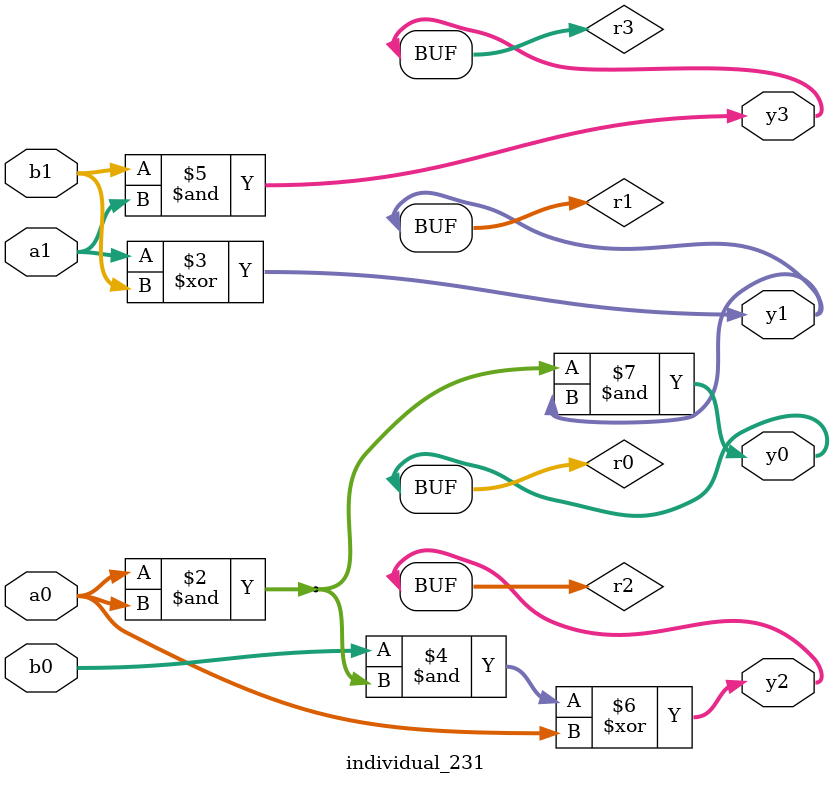
<source format=sv>
module individual_231(input logic [15:0] a1, input logic [15:0] a0, input logic [15:0] b1, input logic [15:0] b0, output logic [15:0] y3, output logic [15:0] y2, output logic [15:0] y1, output logic [15:0] y0);
logic [15:0] r0, r1, r2, r3; 
 always@(*) begin 
	 r0 = a0; r1 = a1; r2 = b0; r3 = b1; 
 	 r0  &=  a0 ;
 	 r1  ^=  r3 ;
 	 r2  &=  r0 ;
 	 r3  &=  a1 ;
 	 r2  ^=  a0 ;
 	 r0  &=  r1 ;
 	 y3 = r3; y2 = r2; y1 = r1; y0 = r0; 
end
endmodule
</source>
